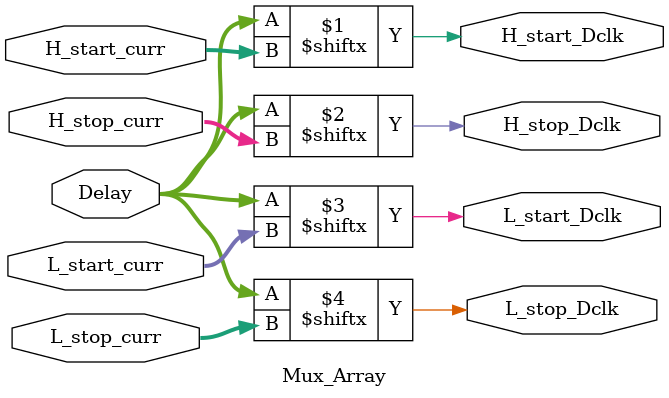
<source format=v>

`resetall
`timescale 10ps/1ps
module Mux_Array#( // Parameters
parameter Nde = 64,
parameter DE_bits = 6,
parameter Dc_length = 13,
parameter Count_length = Dc_length-DE_bits
)
(// I/O 
input wire [DE_bits-1:0]  H_start_curr,
input wire [DE_bits-1:0]  H_stop_curr,
input wire [DE_bits-1:0]  L_start_curr,
input wire [DE_bits-1:0]  L_stop_curr,
input wire [Nde-1:0] Delay,
output wire H_start_Dclk,
output wire H_stop_Dclk,
output wire L_start_Dclk,
output wire L_stop_Dclk
);


assign H_start_Dclk  =  Delay[H_start_curr];
assign H_stop_Dclk   =  Delay[H_stop_curr];
assign L_start_Dclk  = Delay[L_start_curr];
assign L_stop_Dclk  = Delay[L_stop_curr];


endmodule

</source>
